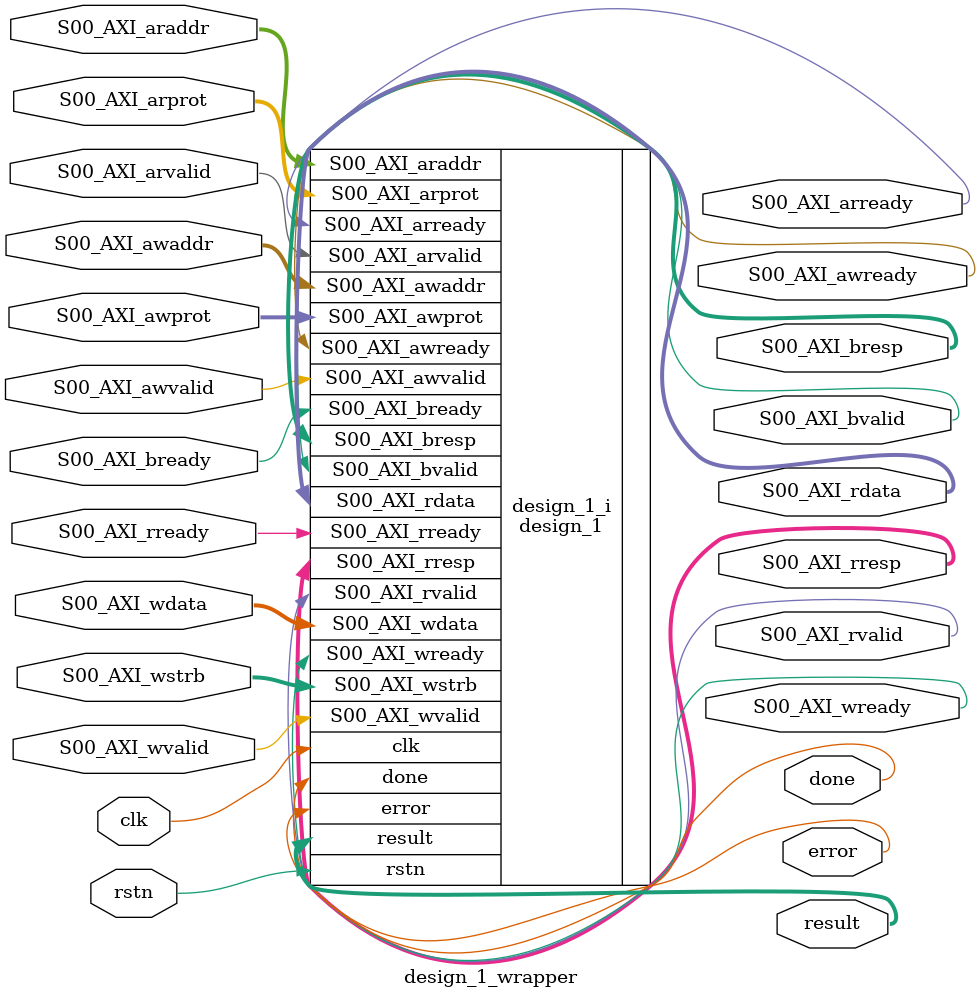
<source format=v>
`timescale 1 ps / 1 ps

module design_1_wrapper
   (S00_AXI_araddr,
    S00_AXI_arprot,
    S00_AXI_arready,
    S00_AXI_arvalid,
    S00_AXI_awaddr,
    S00_AXI_awprot,
    S00_AXI_awready,
    S00_AXI_awvalid,
    S00_AXI_bready,
    S00_AXI_bresp,
    S00_AXI_bvalid,
    S00_AXI_rdata,
    S00_AXI_rready,
    S00_AXI_rresp,
    S00_AXI_rvalid,
    S00_AXI_wdata,
    S00_AXI_wready,
    S00_AXI_wstrb,
    S00_AXI_wvalid,
    clk,
    done,
    error,
    result,
    rstn);
  input [4:0]S00_AXI_araddr;
  input [2:0]S00_AXI_arprot;
  output S00_AXI_arready;
  input S00_AXI_arvalid;
  input [4:0]S00_AXI_awaddr;
  input [2:0]S00_AXI_awprot;
  output S00_AXI_awready;
  input S00_AXI_awvalid;
  input S00_AXI_bready;
  output [1:0]S00_AXI_bresp;
  output S00_AXI_bvalid;
  output [31:0]S00_AXI_rdata;
  input S00_AXI_rready;
  output [1:0]S00_AXI_rresp;
  output S00_AXI_rvalid;
  input [31:0]S00_AXI_wdata;
  output S00_AXI_wready;
  input [3:0]S00_AXI_wstrb;
  input S00_AXI_wvalid;
  input clk;
  output done;
  output error;
  output [31:0]result;
  input rstn;

  wire [4:0]S00_AXI_araddr;
  wire [2:0]S00_AXI_arprot;
  wire S00_AXI_arready;
  wire S00_AXI_arvalid;
  wire [4:0]S00_AXI_awaddr;
  wire [2:0]S00_AXI_awprot;
  wire S00_AXI_awready;
  wire S00_AXI_awvalid;
  wire S00_AXI_bready;
  wire [1:0]S00_AXI_bresp;
  wire S00_AXI_bvalid;
  wire [31:0]S00_AXI_rdata;
  wire S00_AXI_rready;
  wire [1:0]S00_AXI_rresp;
  wire S00_AXI_rvalid;
  wire [31:0]S00_AXI_wdata;
  wire S00_AXI_wready;
  wire [3:0]S00_AXI_wstrb;
  wire S00_AXI_wvalid;
  wire clk;
  wire done;
  wire error;
  wire [31:0]result;
  wire rstn;

  design_1 design_1_i
       (.S00_AXI_araddr(S00_AXI_araddr),
        .S00_AXI_arprot(S00_AXI_arprot),
        .S00_AXI_arready(S00_AXI_arready),
        .S00_AXI_arvalid(S00_AXI_arvalid),
        .S00_AXI_awaddr(S00_AXI_awaddr),
        .S00_AXI_awprot(S00_AXI_awprot),
        .S00_AXI_awready(S00_AXI_awready),
        .S00_AXI_awvalid(S00_AXI_awvalid),
        .S00_AXI_bready(S00_AXI_bready),
        .S00_AXI_bresp(S00_AXI_bresp),
        .S00_AXI_bvalid(S00_AXI_bvalid),
        .S00_AXI_rdata(S00_AXI_rdata),
        .S00_AXI_rready(S00_AXI_rready),
        .S00_AXI_rresp(S00_AXI_rresp),
        .S00_AXI_rvalid(S00_AXI_rvalid),
        .S00_AXI_wdata(S00_AXI_wdata),
        .S00_AXI_wready(S00_AXI_wready),
        .S00_AXI_wstrb(S00_AXI_wstrb),
        .S00_AXI_wvalid(S00_AXI_wvalid),
        .clk(clk),
        .done(done),
        .error(error),
        .result(result),
        .rstn(rstn));
endmodule

</source>
